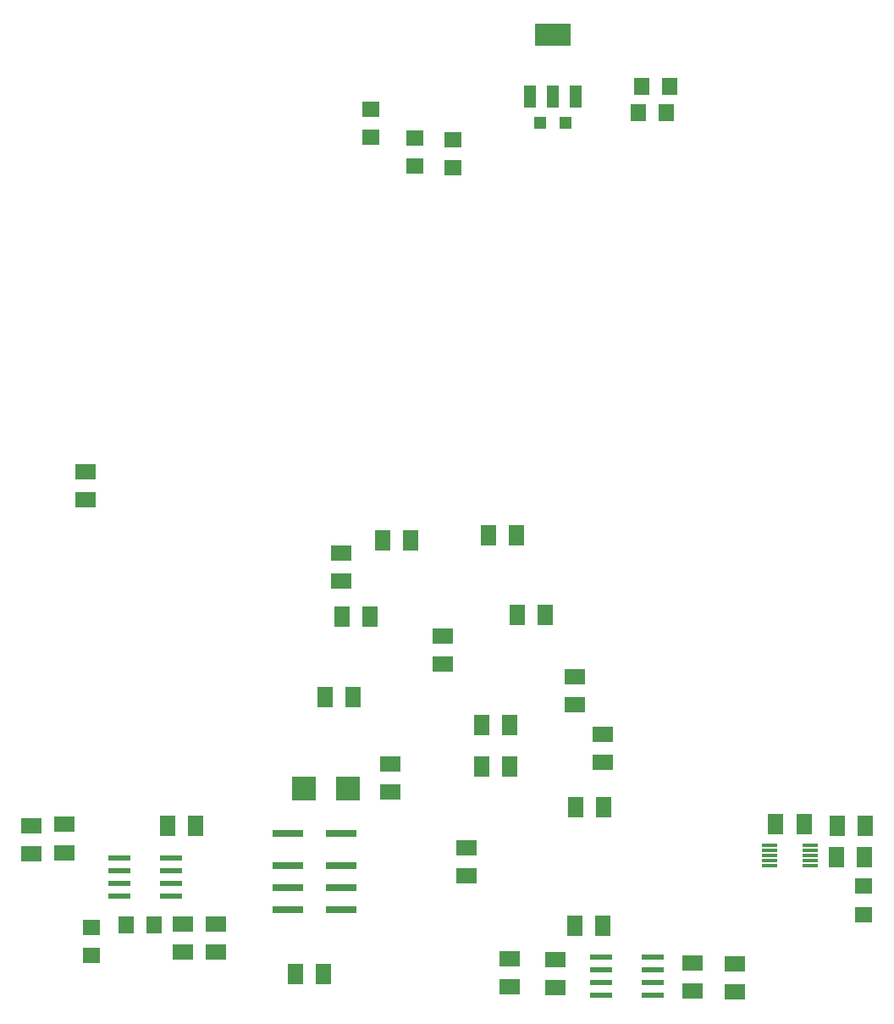
<source format=gbr>
G04 EAGLE Gerber X2 export*
%TF.Part,Single*%
%TF.FileFunction,Paste,Top*%
%TF.FilePolarity,Positive*%
%TF.GenerationSoftware,Autodesk,EAGLE,9.2.2*%
%TF.CreationDate,2019-06-08T20:53:07Z*%
G75*
%MOMM*%
%FSLAX34Y34*%
%LPD*%
%INSolderpaste Top*%
%AMOC8*
5,1,8,0,0,1.08239X$1,22.5*%
G01*
%ADD10R,1.800000X1.600000*%
%ADD11R,1.600000X1.800000*%
%ADD12R,2.400000X2.400000*%
%ADD13R,3.100000X0.800000*%
%ADD14R,2.000000X1.600000*%
%ADD15R,1.600000X2.000000*%
%ADD16R,1.524000X0.330200*%
%ADD17R,1.270000X1.270000*%
%ADD18R,1.219200X2.235200*%
%ADD19R,3.600000X2.200000*%
%ADD20R,2.200000X0.600000*%


D10*
X412595Y872038D03*
X412595Y844038D03*
X450737Y870599D03*
X450737Y842599D03*
D11*
X636299Y897536D03*
X664299Y897536D03*
X639425Y923765D03*
X667425Y923765D03*
D10*
X861632Y96183D03*
X861632Y124183D03*
D12*
X302066Y221866D03*
X346066Y221866D03*
D13*
X285941Y176872D03*
X285941Y144872D03*
X285941Y122872D03*
X285941Y100872D03*
X338941Y176872D03*
X338941Y144872D03*
X338941Y122872D03*
X338941Y100872D03*
D14*
X440330Y346012D03*
X440330Y374012D03*
X572942Y333354D03*
X572942Y305354D03*
D15*
X543071Y395345D03*
X515071Y395345D03*
X514224Y474884D03*
X486224Y474884D03*
X408047Y470244D03*
X380047Y470244D03*
D14*
X387866Y218297D03*
X387866Y246297D03*
D15*
X507599Y243633D03*
X479599Y243633D03*
X479612Y285242D03*
X507612Y285242D03*
D14*
X600558Y248449D03*
X600558Y276449D03*
X339206Y429029D03*
X339206Y457029D03*
X82949Y510767D03*
X82949Y538767D03*
D15*
X862692Y184359D03*
X834692Y184359D03*
X862517Y153087D03*
X834517Y153087D03*
X773725Y186046D03*
X801725Y186046D03*
D10*
X368642Y900618D03*
X368642Y872618D03*
D16*
X808423Y145206D03*
X808423Y150032D03*
X808423Y155112D03*
X808423Y160192D03*
X808423Y165018D03*
X767783Y165018D03*
X767783Y160192D03*
X767783Y155112D03*
X767783Y150032D03*
X767783Y145206D03*
D17*
X537690Y887107D03*
X563090Y887107D03*
D18*
X527613Y913320D03*
X550727Y913320D03*
X573841Y913320D03*
D19*
X550727Y975298D03*
D15*
X367462Y393482D03*
X339462Y393482D03*
X350787Y313218D03*
X322787Y313218D03*
X193342Y184719D03*
X165342Y184719D03*
D14*
X62093Y185973D03*
X62093Y157973D03*
D10*
X88787Y54753D03*
X88787Y82753D03*
D11*
X123599Y85679D03*
X151599Y85679D03*
D20*
X116899Y139581D03*
X168899Y139581D03*
X116899Y152281D03*
X116899Y126881D03*
X116899Y114181D03*
X168899Y152281D03*
X168899Y126881D03*
X168899Y114181D03*
D14*
X213937Y86198D03*
X213937Y58198D03*
D15*
X293606Y36948D03*
X321606Y36948D03*
X600728Y85077D03*
X572728Y85077D03*
D14*
X180608Y58405D03*
X180608Y86405D03*
X29055Y185092D03*
X29055Y157092D03*
D20*
X598542Y41123D03*
X650542Y41123D03*
X598542Y53823D03*
X598542Y28423D03*
X598542Y15723D03*
X650542Y53823D03*
X650542Y28423D03*
X650542Y15723D03*
D14*
X507701Y52015D03*
X507701Y24015D03*
X553287Y23315D03*
X553287Y51315D03*
X690208Y47832D03*
X690208Y19832D03*
X732300Y18962D03*
X732300Y46962D03*
D15*
X573389Y203460D03*
X601389Y203460D03*
D14*
X464479Y162877D03*
X464479Y134877D03*
M02*

</source>
